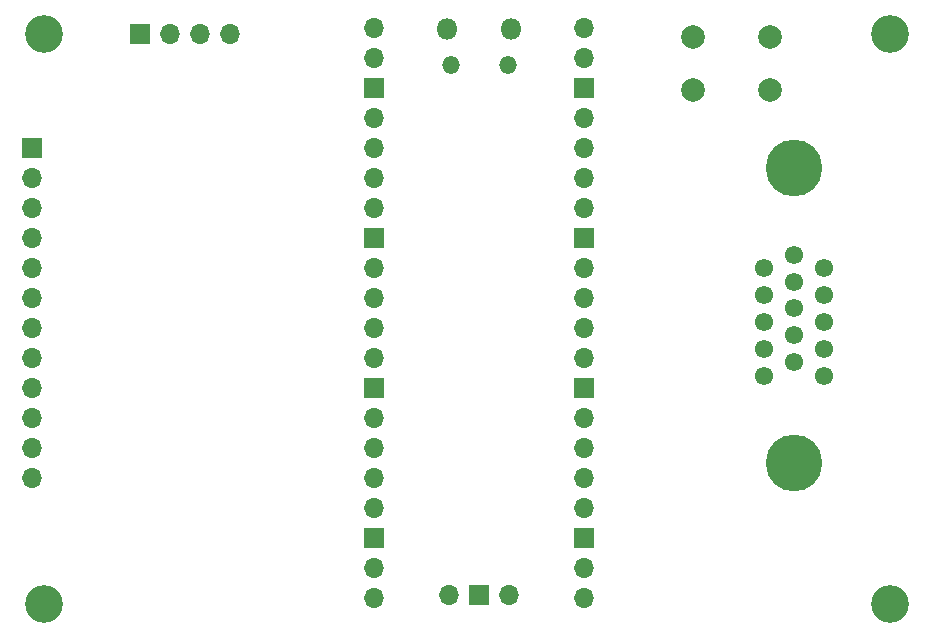
<source format=gbr>
%TF.GenerationSoftware,KiCad,Pcbnew,8.0.2*%
%TF.CreationDate,2025-03-07T16:53:29+01:00*%
%TF.ProjectId,pico-vga-devboard,7069636f-2d76-4676-912d-646576626f61,rev?*%
%TF.SameCoordinates,Original*%
%TF.FileFunction,Soldermask,Bot*%
%TF.FilePolarity,Negative*%
%FSLAX46Y46*%
G04 Gerber Fmt 4.6, Leading zero omitted, Abs format (unit mm)*
G04 Created by KiCad (PCBNEW 8.0.2) date 2025-03-07 16:53:29*
%MOMM*%
%LPD*%
G01*
G04 APERTURE LIST*
%ADD10C,3.200000*%
%ADD11C,1.550000*%
%ADD12C,4.800000*%
%ADD13O,1.800000X1.800000*%
%ADD14O,1.500000X1.500000*%
%ADD15O,1.700000X1.700000*%
%ADD16R,1.700000X1.700000*%
%ADD17C,2.000000*%
G04 APERTURE END LIST*
D10*
%TO.C,H3*%
X119888000Y-99568000D03*
%TD*%
D11*
%TO.C,J2*%
X109220000Y-71132000D03*
X109220000Y-73412000D03*
X109220000Y-75692000D03*
X109220000Y-77972000D03*
X109220000Y-80252000D03*
X111760000Y-69992000D03*
X111760000Y-72272000D03*
X111760000Y-74552000D03*
X111760000Y-76832000D03*
X111760000Y-79112000D03*
X114300000Y-71132000D03*
X114300000Y-73412000D03*
X114300000Y-75692000D03*
X114300000Y-77972000D03*
X114300000Y-80252000D03*
D12*
X111760000Y-87622000D03*
X111760000Y-62622000D03*
%TD*%
D10*
%TO.C,H2*%
X119888000Y-51308000D03*
%TD*%
D13*
%TO.C,U1*%
X82365000Y-50930000D03*
D14*
X82665000Y-53960000D03*
X87515000Y-53960000D03*
D13*
X87815000Y-50930000D03*
D15*
X76200000Y-50800000D03*
X76200000Y-53340000D03*
D16*
X76200000Y-55880000D03*
D15*
X76200000Y-58420000D03*
X76200000Y-60960000D03*
X76200000Y-63500000D03*
X76200000Y-66040000D03*
D16*
X76200000Y-68580000D03*
D15*
X76200000Y-71120000D03*
X76200000Y-73660000D03*
X76200000Y-76200000D03*
X76200000Y-78740000D03*
D16*
X76200000Y-81280000D03*
D15*
X76200000Y-83820000D03*
X76200000Y-86360000D03*
X76200000Y-88900000D03*
X76200000Y-91440000D03*
D16*
X76200000Y-93980000D03*
D15*
X76200000Y-96520000D03*
X76200000Y-99060000D03*
X93980000Y-99060000D03*
X93980000Y-96520000D03*
D16*
X93980000Y-93980000D03*
D15*
X93980000Y-91440000D03*
X93980000Y-88900000D03*
X93980000Y-86360000D03*
X93980000Y-83820000D03*
D16*
X93980000Y-81280000D03*
D15*
X93980000Y-78740000D03*
X93980000Y-76200000D03*
X93980000Y-73660000D03*
X93980000Y-71120000D03*
D16*
X93980000Y-68580000D03*
D15*
X93980000Y-66040000D03*
X93980000Y-63500000D03*
X93980000Y-60960000D03*
X93980000Y-58420000D03*
D16*
X93980000Y-55880000D03*
D15*
X93980000Y-53340000D03*
X93980000Y-50800000D03*
X82550000Y-98830000D03*
D16*
X85090000Y-98830000D03*
D15*
X87630000Y-98830000D03*
%TD*%
D10*
%TO.C,H4*%
X48260000Y-99568000D03*
%TD*%
D16*
%TO.C,J3*%
X56388000Y-51308000D03*
D15*
X58928000Y-51308000D03*
X61468000Y-51308000D03*
X64008000Y-51308000D03*
%TD*%
D17*
%TO.C,SW1*%
X103176000Y-51598000D03*
X109676000Y-51598000D03*
X103176000Y-56098000D03*
X109676000Y-56098000D03*
%TD*%
D16*
%TO.C,J1*%
X47244000Y-60960000D03*
D15*
X47244000Y-63500000D03*
X47244000Y-66040000D03*
X47244000Y-68580000D03*
X47244000Y-71120000D03*
X47244000Y-73660000D03*
X47244000Y-76200000D03*
X47244000Y-78740000D03*
X47244000Y-81280000D03*
X47244000Y-83820000D03*
X47244000Y-86360000D03*
X47244000Y-88900000D03*
%TD*%
D10*
%TO.C,H1*%
X48260000Y-51308000D03*
%TD*%
M02*

</source>
